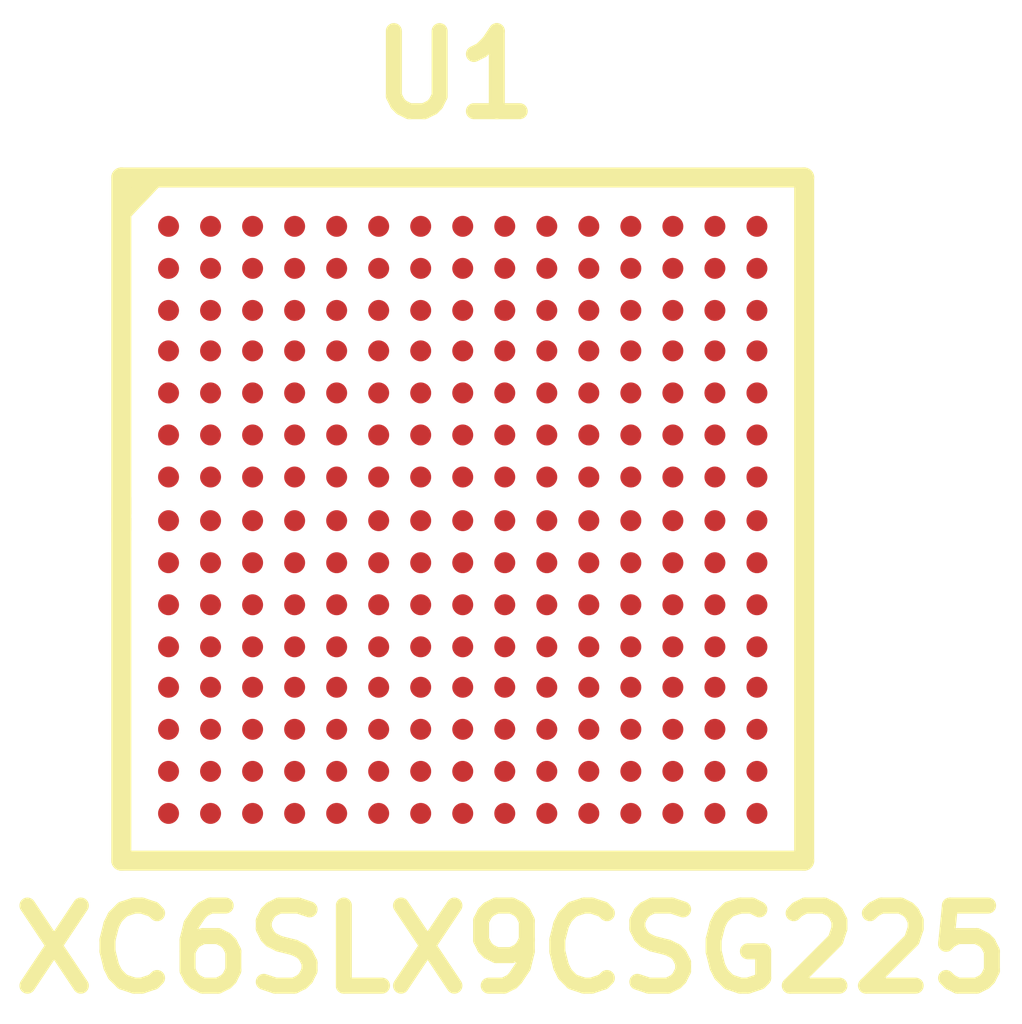
<source format=kicad_pcb>
(kicad_pcb (version 3) (host pcbnew "(2013-07-07 BZR 4022)-stable")

  (general
    (links 0)
    (no_connects 0)
    (area 0 0 0 0)
    (thickness 1.6)
    (drawings 0)
    (tracks 0)
    (zones 0)
    (modules 1)
    (nets 1)
  )

  (page A3)
  (layers
    (15 F.Cu signal)
    (0 B.Cu signal)
    (16 B.Adhes user)
    (17 F.Adhes user)
    (18 B.Paste user)
    (19 F.Paste user)
    (20 B.SilkS user)
    (21 F.SilkS user)
    (22 B.Mask user)
    (23 F.Mask user)
    (24 Dwgs.User user)
    (25 Cmts.User user)
    (26 Eco1.User user)
    (27 Eco2.User user)
    (28 Edge.Cuts user)
  )

  (setup
    (last_trace_width 0.254)
    (trace_clearance 0.254)
    (zone_clearance 0.508)
    (zone_45_only no)
    (trace_min 0.254)
    (segment_width 0.2)
    (edge_width 0.15)
    (via_size 0.889)
    (via_drill 0.635)
    (via_min_size 0.889)
    (via_min_drill 0.508)
    (uvia_size 0.508)
    (uvia_drill 0.127)
    (uvias_allowed no)
    (uvia_min_size 0.508)
    (uvia_min_drill 0.127)
    (pcb_text_width 0.3)
    (pcb_text_size 1.5 1.5)
    (mod_edge_width 0.15)
    (mod_text_size 1.5 1.5)
    (mod_text_width 0.15)
    (pad_size 1.524 1.524)
    (pad_drill 0.762)
    (pad_to_mask_clearance 0.2)
    (aux_axis_origin 0 0)
    (visible_elements FFFFFFBF)
    (pcbplotparams
      (layerselection 3178497)
      (usegerberextensions true)
      (excludeedgelayer true)
      (linewidth 0.100000)
      (plotframeref false)
      (viasonmask false)
      (mode 1)
      (useauxorigin false)
      (hpglpennumber 1)
      (hpglpenspeed 20)
      (hpglpendiameter 15)
      (hpglpenoverlay 2)
      (psnegative false)
      (psa4output false)
      (plotreference true)
      (plotvalue true)
      (plotothertext true)
      (plotinvisibletext false)
      (padsonsilk false)
      (subtractmaskfromsilk false)
      (outputformat 1)
      (mirror false)
      (drillshape 1)
      (scaleselection 1)
      (outputdirectory ""))
  )

  (net 0 "")

  (net_class Default "This is the default net class."
    (clearance 0.254)
    (trace_width 0.254)
    (via_dia 0.889)
    (via_drill 0.635)
    (uvia_dia 0.508)
    (uvia_drill 0.127)
    (add_net "")
  )

  (module CSG225 (layer F.Cu) (tedit 4FECF35A) (tstamp 54261501)
    (at 33.02 261.62)
    (path /5425C4F2/54261303)
    (clearance 0.0254)
    (fp_text reference U1 (at 6.35 -14.95044) (layer F.SilkS)
      (effects (font (size 1.524 1.524) (thickness 0.3048)))
    )
    (fp_text value XC6SLX9CSG225 (at 7.4295 1.6891) (layer F.SilkS)
      (effects (font (size 1.524 1.524) (thickness 0.3048)))
    )
    (fp_line (start 0.0508 -12.39012) (end 0.6096 -12.9794) (layer F.SilkS) (width 0.381))
    (fp_line (start 0 -6.2992) (end 0 -6.89864) (layer F.SilkS) (width 0.381))
    (fp_line (start 0 -6.59892) (end 0 -12.99972) (layer F.SilkS) (width 0.381))
    (fp_line (start 0 -12.99972) (end 12.99972 -12.99972) (layer F.SilkS) (width 0.381))
    (fp_line (start 12.99972 -12.99972) (end 12.99972 0) (layer F.SilkS) (width 0.381))
    (fp_line (start 12.99972 0) (end 0 0) (layer F.SilkS) (width 0.381))
    (fp_line (start 0 0) (end 0 -6.49986) (layer F.SilkS) (width 0.381))
    (pad G15 smd circle (at 12.10056 -7.29996) (size 0.39878 0.39878)
      (layers F.Cu F.Paste F.Mask)
    )
    (pad G14 smd circle (at 11.30046 -7.29996) (size 0.39878 0.39878)
      (layers F.Cu F.Paste F.Mask)
    )
    (pad G13 smd circle (at 10.50036 -7.29996) (size 0.39878 0.39878)
      (layers F.Cu F.Paste F.Mask)
    )
    (pad G12 smd circle (at 9.70026 -7.29996) (size 0.39878 0.39878)
      (layers F.Cu F.Paste F.Mask)
    )
    (pad G11 smd circle (at 8.90016 -7.29996) (size 0.39878 0.39878)
      (layers F.Cu F.Paste F.Mask)
    )
    (pad G10 smd circle (at 8.10006 -7.29996) (size 0.39878 0.39878)
      (layers F.Cu F.Paste F.Mask)
    )
    (pad G9 smd circle (at 7.29996 -7.29996) (size 0.39878 0.39878)
      (layers F.Cu F.Paste F.Mask)
    )
    (pad G8 smd circle (at 6.49986 -7.29996) (size 0.39878 0.39878)
      (layers F.Cu F.Paste F.Mask)
    )
    (pad G7 smd circle (at 5.69976 -7.29996) (size 0.39878 0.39878)
      (layers F.Cu F.Paste F.Mask)
    )
    (pad G6 smd circle (at 4.89966 -7.29996) (size 0.39878 0.39878)
      (layers F.Cu F.Paste F.Mask)
    )
    (pad G5 smd circle (at 4.09956 -7.29996) (size 0.39878 0.39878)
      (layers F.Cu F.Paste F.Mask)
    )
    (pad G4 smd circle (at 3.29946 -7.29996) (size 0.39878 0.39878)
      (layers F.Cu F.Paste F.Mask)
    )
    (pad G3 smd circle (at 2.49936 -7.29996) (size 0.39878 0.39878)
      (layers F.Cu F.Paste F.Mask)
    )
    (pad G2 smd circle (at 1.69926 -7.29996) (size 0.39878 0.39878)
      (layers F.Cu F.Paste F.Mask)
    )
    (pad G1 smd circle (at 0.89916 -7.29996) (size 0.39878 0.39878)
      (layers F.Cu F.Paste F.Mask)
    )
    (pad F1 smd circle (at 0.89916 -8.10006) (size 0.39878 0.39878)
      (layers F.Cu F.Paste F.Mask)
    )
    (pad F2 smd circle (at 1.69926 -8.10006) (size 0.39878 0.39878)
      (layers F.Cu F.Paste F.Mask)
    )
    (pad F3 smd circle (at 2.49936 -8.10006) (size 0.39878 0.39878)
      (layers F.Cu F.Paste F.Mask)
    )
    (pad F4 smd circle (at 3.29946 -8.10006) (size 0.39878 0.39878)
      (layers F.Cu F.Paste F.Mask)
    )
    (pad F5 smd circle (at 4.09956 -8.10006) (size 0.39878 0.39878)
      (layers F.Cu F.Paste F.Mask)
    )
    (pad F6 smd circle (at 4.89966 -8.10006) (size 0.39878 0.39878)
      (layers F.Cu F.Paste F.Mask)
    )
    (pad F7 smd circle (at 5.69976 -8.10006) (size 0.39878 0.39878)
      (layers F.Cu F.Paste F.Mask)
    )
    (pad F8 smd circle (at 6.49986 -8.10006) (size 0.39878 0.39878)
      (layers F.Cu F.Paste F.Mask)
    )
    (pad F9 smd circle (at 7.29996 -8.10006) (size 0.39878 0.39878)
      (layers F.Cu F.Paste F.Mask)
    )
    (pad F10 smd circle (at 8.10006 -8.10006) (size 0.39878 0.39878)
      (layers F.Cu F.Paste F.Mask)
    )
    (pad F11 smd circle (at 8.90016 -8.10006) (size 0.39878 0.39878)
      (layers F.Cu F.Paste F.Mask)
    )
    (pad F12 smd circle (at 9.70026 -8.10006) (size 0.39878 0.39878)
      (layers F.Cu F.Paste F.Mask)
    )
    (pad F13 smd circle (at 10.50036 -8.10006) (size 0.39878 0.39878)
      (layers F.Cu F.Paste F.Mask)
    )
    (pad F14 smd circle (at 11.30046 -8.10006) (size 0.39878 0.39878)
      (layers F.Cu F.Paste F.Mask)
    )
    (pad F15 smd circle (at 12.10056 -8.10006) (size 0.39878 0.39878)
      (layers F.Cu F.Paste F.Mask)
    )
    (pad D15 smd circle (at 12.10056 -9.70026) (size 0.39878 0.39878)
      (layers F.Cu F.Paste F.Mask)
    )
    (pad D14 smd circle (at 11.30046 -9.70026) (size 0.39878 0.39878)
      (layers F.Cu F.Paste F.Mask)
    )
    (pad D13 smd circle (at 10.50036 -9.70026) (size 0.39878 0.39878)
      (layers F.Cu F.Paste F.Mask)
    )
    (pad D12 smd circle (at 9.70026 -9.70026) (size 0.39878 0.39878)
      (layers F.Cu F.Paste F.Mask)
    )
    (pad D11 smd circle (at 8.90016 -9.70026) (size 0.39878 0.39878)
      (layers F.Cu F.Paste F.Mask)
    )
    (pad D10 smd circle (at 8.10006 -9.70026) (size 0.39878 0.39878)
      (layers F.Cu F.Paste F.Mask)
    )
    (pad D9 smd circle (at 7.29996 -9.70026) (size 0.39878 0.39878)
      (layers F.Cu F.Paste F.Mask)
    )
    (pad D8 smd circle (at 6.49986 -9.70026) (size 0.39878 0.39878)
      (layers F.Cu F.Paste F.Mask)
    )
    (pad D7 smd circle (at 5.69976 -9.70026) (size 0.39878 0.39878)
      (layers F.Cu F.Paste F.Mask)
    )
    (pad D6 smd circle (at 4.89966 -9.70026) (size 0.39878 0.39878)
      (layers F.Cu F.Paste F.Mask)
    )
    (pad D5 smd circle (at 4.09956 -9.70026) (size 0.39878 0.39878)
      (layers F.Cu F.Paste F.Mask)
    )
    (pad D4 smd circle (at 3.29946 -9.70026) (size 0.39878 0.39878)
      (layers F.Cu F.Paste F.Mask)
    )
    (pad D3 smd circle (at 2.49936 -9.70026) (size 0.39878 0.39878)
      (layers F.Cu F.Paste F.Mask)
    )
    (pad D2 smd circle (at 1.69926 -9.70026) (size 0.39878 0.39878)
      (layers F.Cu F.Paste F.Mask)
    )
    (pad D1 smd circle (at 0.89916 -9.70026) (size 0.39878 0.39878)
      (layers F.Cu F.Paste F.Mask)
    )
    (pad E1 smd circle (at 0.89916 -8.90016) (size 0.39878 0.39878)
      (layers F.Cu F.Paste F.Mask)
    )
    (pad E2 smd circle (at 1.69926 -8.90016) (size 0.39878 0.39878)
      (layers F.Cu F.Paste F.Mask)
    )
    (pad E3 smd circle (at 2.49936 -8.90016) (size 0.39878 0.39878)
      (layers F.Cu F.Paste F.Mask)
    )
    (pad E4 smd circle (at 3.29946 -8.90016) (size 0.39878 0.39878)
      (layers F.Cu F.Paste F.Mask)
    )
    (pad E5 smd circle (at 4.09956 -8.90016) (size 0.39878 0.39878)
      (layers F.Cu F.Paste F.Mask)
    )
    (pad E6 smd circle (at 4.89966 -8.90016) (size 0.39878 0.39878)
      (layers F.Cu F.Paste F.Mask)
    )
    (pad E7 smd circle (at 5.69976 -8.90016) (size 0.39878 0.39878)
      (layers F.Cu F.Paste F.Mask)
    )
    (pad E8 smd circle (at 6.49986 -8.90016) (size 0.39878 0.39878)
      (layers F.Cu F.Paste F.Mask)
    )
    (pad E9 smd circle (at 7.29996 -8.90016) (size 0.39878 0.39878)
      (layers F.Cu F.Paste F.Mask)
    )
    (pad E10 smd circle (at 8.10006 -8.90016) (size 0.39878 0.39878)
      (layers F.Cu F.Paste F.Mask)
    )
    (pad E11 smd circle (at 8.90016 -8.90016) (size 0.39878 0.39878)
      (layers F.Cu F.Paste F.Mask)
    )
    (pad E12 smd circle (at 9.70026 -8.90016) (size 0.39878 0.39878)
      (layers F.Cu F.Paste F.Mask)
    )
    (pad E13 smd circle (at 10.50036 -8.90016) (size 0.39878 0.39878)
      (layers F.Cu F.Paste F.Mask)
    )
    (pad E14 smd circle (at 11.30046 -8.90016) (size 0.39878 0.39878)
      (layers F.Cu F.Paste F.Mask)
    )
    (pad E15 smd circle (at 12.10056 -8.90016) (size 0.39878 0.39878)
      (layers F.Cu F.Paste F.Mask)
    )
    (pad A15 smd circle (at 12.10056 -12.07008) (size 0.39878 0.39878)
      (layers F.Cu F.Paste F.Mask)
    )
    (pad A14 smd circle (at 11.30046 -12.07008) (size 0.39878 0.39878)
      (layers F.Cu F.Paste F.Mask)
    )
    (pad A13 smd circle (at 10.50036 -12.07008) (size 0.39878 0.39878)
      (layers F.Cu F.Paste F.Mask)
    )
    (pad A12 smd circle (at 9.70026 -12.07008) (size 0.39878 0.39878)
      (layers F.Cu F.Paste F.Mask)
    )
    (pad A11 smd circle (at 8.90016 -12.07008) (size 0.39878 0.39878)
      (layers F.Cu F.Paste F.Mask)
    )
    (pad A10 smd circle (at 8.10006 -12.07008) (size 0.39878 0.39878)
      (layers F.Cu F.Paste F.Mask)
    )
    (pad A9 smd circle (at 7.29996 -12.07008) (size 0.39878 0.39878)
      (layers F.Cu F.Paste F.Mask)
    )
    (pad A8 smd circle (at 6.49986 -12.07008) (size 0.39878 0.39878)
      (layers F.Cu F.Paste F.Mask)
    )
    (pad A7 smd circle (at 5.69976 -12.07008) (size 0.39878 0.39878)
      (layers F.Cu F.Paste F.Mask)
    )
    (pad A6 smd circle (at 4.89966 -12.07008) (size 0.39878 0.39878)
      (layers F.Cu F.Paste F.Mask)
    )
    (pad A5 smd circle (at 4.09956 -12.07008) (size 0.39878 0.39878)
      (layers F.Cu F.Paste F.Mask)
    )
    (pad A4 smd circle (at 3.29946 -12.07008) (size 0.39878 0.39878)
      (layers F.Cu F.Paste F.Mask)
    )
    (pad A3 smd circle (at 2.49936 -12.07008) (size 0.39878 0.39878)
      (layers F.Cu F.Paste F.Mask)
    )
    (pad A2 smd circle (at 1.69926 -12.07008) (size 0.39878 0.39878)
      (layers F.Cu F.Paste F.Mask)
    )
    (pad A1 smd circle (at 0.89916 -12.07008) (size 0.39878 0.39878)
      (layers F.Cu F.Paste F.Mask)
    )
    (pad B15 smd circle (at 12.10056 -11.26998) (size 0.39878 0.39878)
      (layers F.Cu F.Paste F.Mask)
    )
    (pad B14 smd circle (at 11.30046 -11.26998) (size 0.39878 0.39878)
      (layers F.Cu F.Paste F.Mask)
    )
    (pad B13 smd circle (at 10.50036 -11.26998) (size 0.39878 0.39878)
      (layers F.Cu F.Paste F.Mask)
    )
    (pad B12 smd circle (at 9.70026 -11.26998) (size 0.39878 0.39878)
      (layers F.Cu F.Paste F.Mask)
    )
    (pad B11 smd circle (at 8.90016 -11.26998) (size 0.39878 0.39878)
      (layers F.Cu F.Paste F.Mask)
    )
    (pad B10 smd circle (at 8.10006 -11.26998) (size 0.39878 0.39878)
      (layers F.Cu F.Paste F.Mask)
    )
    (pad B9 smd circle (at 7.29996 -11.26998) (size 0.39878 0.39878)
      (layers F.Cu F.Paste F.Mask)
    )
    (pad B8 smd circle (at 6.49986 -11.26998) (size 0.39878 0.39878)
      (layers F.Cu F.Paste F.Mask)
    )
    (pad B7 smd circle (at 5.69976 -11.26998) (size 0.39878 0.39878)
      (layers F.Cu F.Paste F.Mask)
    )
    (pad B6 smd circle (at 4.89966 -11.26998) (size 0.39878 0.39878)
      (layers F.Cu F.Paste F.Mask)
    )
    (pad B5 smd circle (at 4.09956 -11.26998) (size 0.39878 0.39878)
      (layers F.Cu F.Paste F.Mask)
    )
    (pad B4 smd circle (at 3.29946 -11.26998) (size 0.39878 0.39878)
      (layers F.Cu F.Paste F.Mask)
    )
    (pad B3 smd circle (at 2.49936 -11.26998) (size 0.39878 0.39878)
      (layers F.Cu F.Paste F.Mask)
    )
    (pad B2 smd circle (at 1.69926 -11.26998) (size 0.39878 0.39878)
      (layers F.Cu F.Paste F.Mask)
    )
    (pad B1 smd circle (at 0.89916 -11.26998) (size 0.39878 0.39878)
      (layers F.Cu F.Paste F.Mask)
    )
    (pad C1 smd circle (at 0.89916 -10.46988) (size 0.39878 0.39878)
      (layers F.Cu F.Paste F.Mask)
    )
    (pad C2 smd circle (at 1.69926 -10.46988) (size 0.39878 0.39878)
      (layers F.Cu F.Paste F.Mask)
    )
    (pad C3 smd circle (at 2.49936 -10.46988) (size 0.39878 0.39878)
      (layers F.Cu F.Paste F.Mask)
    )
    (pad C4 smd circle (at 3.29946 -10.46988) (size 0.39878 0.39878)
      (layers F.Cu F.Paste F.Mask)
    )
    (pad C5 smd circle (at 4.09956 -10.46988) (size 0.39878 0.39878)
      (layers F.Cu F.Paste F.Mask)
    )
    (pad C6 smd circle (at 4.89966 -10.46988) (size 0.39878 0.39878)
      (layers F.Cu F.Paste F.Mask)
    )
    (pad C7 smd circle (at 5.69976 -10.46988) (size 0.39878 0.39878)
      (layers F.Cu F.Paste F.Mask)
    )
    (pad C8 smd circle (at 6.49986 -10.46988) (size 0.39878 0.39878)
      (layers F.Cu F.Paste F.Mask)
    )
    (pad C9 smd circle (at 7.29996 -10.46988) (size 0.39878 0.39878)
      (layers F.Cu F.Paste F.Mask)
    )
    (pad C10 smd circle (at 8.10006 -10.46988) (size 0.39878 0.39878)
      (layers F.Cu F.Paste F.Mask)
    )
    (pad C11 smd circle (at 8.90016 -10.46988) (size 0.39878 0.39878)
      (layers F.Cu F.Paste F.Mask)
    )
    (pad C12 smd circle (at 9.70026 -10.46988) (size 0.39878 0.39878)
      (layers F.Cu F.Paste F.Mask)
    )
    (pad C13 smd circle (at 10.50036 -10.46988) (size 0.39878 0.39878)
      (layers F.Cu F.Paste F.Mask)
    )
    (pad C14 smd circle (at 11.30046 -10.46988) (size 0.39878 0.39878)
      (layers F.Cu F.Paste F.Mask)
    )
    (pad C15 smd circle (at 12.10056 -10.46988) (size 0.39878 0.39878)
      (layers F.Cu F.Paste F.Mask)
    )
    (pad L15 smd circle (at 12.10056 -4.06908) (size 0.39878 0.39878)
      (layers F.Cu F.Paste F.Mask)
    )
    (pad L14 smd circle (at 11.30046 -4.06908) (size 0.39878 0.39878)
      (layers F.Cu F.Paste F.Mask)
    )
    (pad L13 smd circle (at 10.50036 -4.06908) (size 0.39878 0.39878)
      (layers F.Cu F.Paste F.Mask)
    )
    (pad L12 smd circle (at 9.70026 -4.06908) (size 0.39878 0.39878)
      (layers F.Cu F.Paste F.Mask)
    )
    (pad L11 smd circle (at 8.90016 -4.06908) (size 0.39878 0.39878)
      (layers F.Cu F.Paste F.Mask)
    )
    (pad L10 smd circle (at 8.10006 -4.06908) (size 0.39878 0.39878)
      (layers F.Cu F.Paste F.Mask)
    )
    (pad L9 smd circle (at 7.29996 -4.06908) (size 0.39878 0.39878)
      (layers F.Cu F.Paste F.Mask)
    )
    (pad L8 smd circle (at 6.49986 -4.06908) (size 0.39878 0.39878)
      (layers F.Cu F.Paste F.Mask)
    )
    (pad L7 smd circle (at 5.69976 -4.06908) (size 0.39878 0.39878)
      (layers F.Cu F.Paste F.Mask)
    )
    (pad L6 smd circle (at 4.89966 -4.06908) (size 0.39878 0.39878)
      (layers F.Cu F.Paste F.Mask)
    )
    (pad L5 smd circle (at 4.09956 -4.06908) (size 0.39878 0.39878)
      (layers F.Cu F.Paste F.Mask)
    )
    (pad L4 smd circle (at 3.29946 -4.06908) (size 0.39878 0.39878)
      (layers F.Cu F.Paste F.Mask)
    )
    (pad L3 smd circle (at 2.49936 -4.06908) (size 0.39878 0.39878)
      (layers F.Cu F.Paste F.Mask)
    )
    (pad L2 smd circle (at 1.69926 -4.06908) (size 0.39878 0.39878)
      (layers F.Cu F.Paste F.Mask)
    )
    (pad L1 smd circle (at 0.89916 -4.06908) (size 0.39878 0.39878)
      (layers F.Cu F.Paste F.Mask)
    )
    (pad K1 smd circle (at 0.89916 -4.86918) (size 0.39878 0.39878)
      (layers F.Cu F.Paste F.Mask)
    )
    (pad K2 smd circle (at 1.69926 -4.86918) (size 0.39878 0.39878)
      (layers F.Cu F.Paste F.Mask)
    )
    (pad K3 smd circle (at 2.49936 -4.86918) (size 0.39878 0.39878)
      (layers F.Cu F.Paste F.Mask)
    )
    (pad K4 smd circle (at 3.29946 -4.86918) (size 0.39878 0.39878)
      (layers F.Cu F.Paste F.Mask)
    )
    (pad K5 smd circle (at 4.09956 -4.86918) (size 0.39878 0.39878)
      (layers F.Cu F.Paste F.Mask)
    )
    (pad K6 smd circle (at 4.89966 -4.86918) (size 0.39878 0.39878)
      (layers F.Cu F.Paste F.Mask)
    )
    (pad K7 smd circle (at 5.69976 -4.86918) (size 0.39878 0.39878)
      (layers F.Cu F.Paste F.Mask)
    )
    (pad K8 smd circle (at 6.49986 -4.86918) (size 0.39878 0.39878)
      (layers F.Cu F.Paste F.Mask)
    )
    (pad K9 smd circle (at 7.29996 -4.86918) (size 0.39878 0.39878)
      (layers F.Cu F.Paste F.Mask)
    )
    (pad K10 smd circle (at 8.10006 -4.86918) (size 0.39878 0.39878)
      (layers F.Cu F.Paste F.Mask)
    )
    (pad K11 smd circle (at 8.90016 -4.86918) (size 0.39878 0.39878)
      (layers F.Cu F.Paste F.Mask)
    )
    (pad K12 smd circle (at 9.70026 -4.86918) (size 0.39878 0.39878)
      (layers F.Cu F.Paste F.Mask)
    )
    (pad K13 smd circle (at 10.50036 -4.86918) (size 0.39878 0.39878)
      (layers F.Cu F.Paste F.Mask)
    )
    (pad K14 smd circle (at 11.30046 -4.86918) (size 0.39878 0.39878)
      (layers F.Cu F.Paste F.Mask)
    )
    (pad K15 smd circle (at 12.10056 -4.86918) (size 0.39878 0.39878)
      (layers F.Cu F.Paste F.Mask)
    )
    (pad H15 smd circle (at 12.10056 -6.46938) (size 0.39878 0.39878)
      (layers F.Cu F.Paste F.Mask)
    )
    (pad H14 smd circle (at 11.30046 -6.46938) (size 0.39878 0.39878)
      (layers F.Cu F.Paste F.Mask)
    )
    (pad H13 smd circle (at 10.50036 -6.46938) (size 0.39878 0.39878)
      (layers F.Cu F.Paste F.Mask)
    )
    (pad H12 smd circle (at 9.70026 -6.46938) (size 0.39878 0.39878)
      (layers F.Cu F.Paste F.Mask)
    )
    (pad H11 smd circle (at 8.90016 -6.46938) (size 0.39878 0.39878)
      (layers F.Cu F.Paste F.Mask)
    )
    (pad H10 smd circle (at 8.10006 -6.46938) (size 0.39878 0.39878)
      (layers F.Cu F.Paste F.Mask)
    )
    (pad H9 smd circle (at 7.29996 -6.46938) (size 0.39878 0.39878)
      (layers F.Cu F.Paste F.Mask)
    )
    (pad H8 smd circle (at 6.49986 -6.46938) (size 0.39878 0.39878)
      (layers F.Cu F.Paste F.Mask)
    )
    (pad H7 smd circle (at 5.69976 -6.46938) (size 0.39878 0.39878)
      (layers F.Cu F.Paste F.Mask)
    )
    (pad H6 smd circle (at 4.89966 -6.46938) (size 0.39878 0.39878)
      (layers F.Cu F.Paste F.Mask)
    )
    (pad H5 smd circle (at 4.09956 -6.46938) (size 0.39878 0.39878)
      (layers F.Cu F.Paste F.Mask)
    )
    (pad H4 smd circle (at 3.29946 -6.46938) (size 0.39878 0.39878)
      (layers F.Cu F.Paste F.Mask)
    )
    (pad H3 smd circle (at 2.49936 -6.46938) (size 0.39878 0.39878)
      (layers F.Cu F.Paste F.Mask)
    )
    (pad H2 smd circle (at 1.69926 -6.46938) (size 0.39878 0.39878)
      (layers F.Cu F.Paste F.Mask)
    )
    (pad H1 smd circle (at 0.89916 -6.46938) (size 0.39878 0.39878)
      (layers F.Cu F.Paste F.Mask)
    )
    (pad J1 smd circle (at 0.89916 -5.66928) (size 0.39878 0.39878)
      (layers F.Cu F.Paste F.Mask)
    )
    (pad J2 smd circle (at 1.69926 -5.66928) (size 0.39878 0.39878)
      (layers F.Cu F.Paste F.Mask)
    )
    (pad J3 smd circle (at 2.49936 -5.66928) (size 0.39878 0.39878)
      (layers F.Cu F.Paste F.Mask)
    )
    (pad J4 smd circle (at 3.29946 -5.66928) (size 0.39878 0.39878)
      (layers F.Cu F.Paste F.Mask)
    )
    (pad J5 smd circle (at 4.09956 -5.66928) (size 0.39878 0.39878)
      (layers F.Cu F.Paste F.Mask)
    )
    (pad J6 smd circle (at 4.89966 -5.66928) (size 0.39878 0.39878)
      (layers F.Cu F.Paste F.Mask)
    )
    (pad J7 smd circle (at 5.69976 -5.66928) (size 0.39878 0.39878)
      (layers F.Cu F.Paste F.Mask)
    )
    (pad J8 smd circle (at 6.49986 -5.66928) (size 0.39878 0.39878)
      (layers F.Cu F.Paste F.Mask)
    )
    (pad J9 smd circle (at 7.29996 -5.66928) (size 0.39878 0.39878)
      (layers F.Cu F.Paste F.Mask)
    )
    (pad J10 smd circle (at 8.10006 -5.66928) (size 0.39878 0.39878)
      (layers F.Cu F.Paste F.Mask)
    )
    (pad J11 smd circle (at 8.90016 -5.66928) (size 0.39878 0.39878)
      (layers F.Cu F.Paste F.Mask)
    )
    (pad J12 smd circle (at 9.70026 -5.66928) (size 0.39878 0.39878)
      (layers F.Cu F.Paste F.Mask)
    )
    (pad J13 smd circle (at 10.50036 -5.66928) (size 0.39878 0.39878)
      (layers F.Cu F.Paste F.Mask)
    )
    (pad J14 smd circle (at 11.30046 -5.66928) (size 0.39878 0.39878)
      (layers F.Cu F.Paste F.Mask)
    )
    (pad J15 smd circle (at 12.10056 -5.66928) (size 0.39878 0.39878)
      (layers F.Cu F.Paste F.Mask)
    )
    (pad N15 smd circle (at 12.10056 -2.49936) (size 0.39878 0.39878)
      (layers F.Cu F.Paste F.Mask)
    )
    (pad N14 smd circle (at 11.30046 -2.49936) (size 0.39878 0.39878)
      (layers F.Cu F.Paste F.Mask)
    )
    (pad N13 smd circle (at 10.50036 -2.49936) (size 0.39878 0.39878)
      (layers F.Cu F.Paste F.Mask)
    )
    (pad N12 smd circle (at 9.70026 -2.49936) (size 0.39878 0.39878)
      (layers F.Cu F.Paste F.Mask)
    )
    (pad N11 smd circle (at 8.90016 -2.49936) (size 0.39878 0.39878)
      (layers F.Cu F.Paste F.Mask)
    )
    (pad N10 smd circle (at 8.10006 -2.49936) (size 0.39878 0.39878)
      (layers F.Cu F.Paste F.Mask)
    )
    (pad N9 smd circle (at 7.29996 -2.49936) (size 0.39878 0.39878)
      (layers F.Cu F.Paste F.Mask)
    )
    (pad N8 smd circle (at 6.49986 -2.49936) (size 0.39878 0.39878)
      (layers F.Cu F.Paste F.Mask)
    )
    (pad N7 smd circle (at 5.69976 -2.49936) (size 0.39878 0.39878)
      (layers F.Cu F.Paste F.Mask)
    )
    (pad N6 smd circle (at 4.89966 -2.49936) (size 0.39878 0.39878)
      (layers F.Cu F.Paste F.Mask)
    )
    (pad N5 smd circle (at 4.09956 -2.49936) (size 0.39878 0.39878)
      (layers F.Cu F.Paste F.Mask)
    )
    (pad N4 smd circle (at 3.29946 -2.49936) (size 0.39878 0.39878)
      (layers F.Cu F.Paste F.Mask)
    )
    (pad N3 smd circle (at 2.49936 -2.49936) (size 0.39878 0.39878)
      (layers F.Cu F.Paste F.Mask)
    )
    (pad N2 smd circle (at 1.69926 -2.49936) (size 0.39878 0.39878)
      (layers F.Cu F.Paste F.Mask)
    )
    (pad N1 smd circle (at 0.89916 -2.49936) (size 0.39878 0.39878)
      (layers F.Cu F.Paste F.Mask)
    )
    (pad M1 smd circle (at 0.89916 -3.29946) (size 0.39878 0.39878)
      (layers F.Cu F.Paste F.Mask)
    )
    (pad M2 smd circle (at 1.69926 -3.29946) (size 0.39878 0.39878)
      (layers F.Cu F.Paste F.Mask)
    )
    (pad M3 smd circle (at 2.49936 -3.29946) (size 0.39878 0.39878)
      (layers F.Cu F.Paste F.Mask)
    )
    (pad M4 smd circle (at 3.29946 -3.29946) (size 0.39878 0.39878)
      (layers F.Cu F.Paste F.Mask)
    )
    (pad M5 smd circle (at 4.09956 -3.29946) (size 0.39878 0.39878)
      (layers F.Cu F.Paste F.Mask)
    )
    (pad M6 smd circle (at 4.89966 -3.29946) (size 0.39878 0.39878)
      (layers F.Cu F.Paste F.Mask)
    )
    (pad M7 smd circle (at 5.69976 -3.29946) (size 0.39878 0.39878)
      (layers F.Cu F.Paste F.Mask)
    )
    (pad M8 smd circle (at 6.49986 -3.29946) (size 0.39878 0.39878)
      (layers F.Cu F.Paste F.Mask)
    )
    (pad M9 smd circle (at 7.29996 -3.29946) (size 0.39878 0.39878)
      (layers F.Cu F.Paste F.Mask)
    )
    (pad M10 smd circle (at 8.10006 -3.29946) (size 0.39878 0.39878)
      (layers F.Cu F.Paste F.Mask)
    )
    (pad M11 smd circle (at 8.90016 -3.29946) (size 0.39878 0.39878)
      (layers F.Cu F.Paste F.Mask)
    )
    (pad M12 smd circle (at 9.70026 -3.29946) (size 0.39878 0.39878)
      (layers F.Cu F.Paste F.Mask)
    )
    (pad M13 smd circle (at 10.50036 -3.29946) (size 0.39878 0.39878)
      (layers F.Cu F.Paste F.Mask)
    )
    (pad M14 smd circle (at 11.30046 -3.29946) (size 0.39878 0.39878)
      (layers F.Cu F.Paste F.Mask)
    )
    (pad M15 smd circle (at 12.10056 -3.29946) (size 0.39878 0.39878)
      (layers F.Cu F.Paste F.Mask)
    )
    (pad P15 smd circle (at 12.10056 -1.69926) (size 0.39878 0.39878)
      (layers F.Cu F.Paste F.Mask)
    )
    (pad P14 smd circle (at 11.30046 -1.69926) (size 0.39878 0.39878)
      (layers F.Cu F.Paste F.Mask)
    )
    (pad P13 smd circle (at 10.50036 -1.69926) (size 0.39878 0.39878)
      (layers F.Cu F.Paste F.Mask)
    )
    (pad P12 smd circle (at 9.70026 -1.69926) (size 0.39878 0.39878)
      (layers F.Cu F.Paste F.Mask)
    )
    (pad P11 smd circle (at 8.90016 -1.69926) (size 0.39878 0.39878)
      (layers F.Cu F.Paste F.Mask)
    )
    (pad P10 smd circle (at 8.10006 -1.69926) (size 0.39878 0.39878)
      (layers F.Cu F.Paste F.Mask)
    )
    (pad P9 smd circle (at 7.29996 -1.69926) (size 0.39878 0.39878)
      (layers F.Cu F.Paste F.Mask)
    )
    (pad P8 smd circle (at 6.49986 -1.69926) (size 0.39878 0.39878)
      (layers F.Cu F.Paste F.Mask)
    )
    (pad P7 smd circle (at 5.69976 -1.69926) (size 0.39878 0.39878)
      (layers F.Cu F.Paste F.Mask)
    )
    (pad P6 smd circle (at 4.89966 -1.69926) (size 0.39878 0.39878)
      (layers F.Cu F.Paste F.Mask)
    )
    (pad P5 smd circle (at 4.09956 -1.69926) (size 0.39878 0.39878)
      (layers F.Cu F.Paste F.Mask)
    )
    (pad P4 smd circle (at 3.29946 -1.69926) (size 0.39878 0.39878)
      (layers F.Cu F.Paste F.Mask)
    )
    (pad P3 smd circle (at 2.49936 -1.69926) (size 0.39878 0.39878)
      (layers F.Cu F.Paste F.Mask)
    )
    (pad P2 smd circle (at 1.69926 -1.69926) (size 0.39878 0.39878)
      (layers F.Cu F.Paste F.Mask)
    )
    (pad P1 smd circle (at 0.89916 -1.69926) (size 0.39878 0.39878)
      (layers F.Cu F.Paste F.Mask)
    )
    (pad R1 smd circle (at 0.89916 -0.89916) (size 0.39878 0.39878)
      (layers F.Cu F.Paste F.Mask)
    )
    (pad R2 smd circle (at 1.69926 -0.89916) (size 0.39878 0.39878)
      (layers F.Cu F.Paste F.Mask)
    )
    (pad R3 smd circle (at 2.49936 -0.89916) (size 0.39878 0.39878)
      (layers F.Cu F.Paste F.Mask)
    )
    (pad R4 smd circle (at 3.29946 -0.89916) (size 0.39878 0.39878)
      (layers F.Cu F.Paste F.Mask)
    )
    (pad R5 smd circle (at 4.09956 -0.89916) (size 0.39878 0.39878)
      (layers F.Cu F.Paste F.Mask)
    )
    (pad R6 smd circle (at 4.89966 -0.89916) (size 0.39878 0.39878)
      (layers F.Cu F.Paste F.Mask)
    )
    (pad R7 smd circle (at 5.69976 -0.89916) (size 0.39878 0.39878)
      (layers F.Cu F.Paste F.Mask)
    )
    (pad R8 smd circle (at 6.49986 -0.89916) (size 0.39878 0.39878)
      (layers F.Cu F.Paste F.Mask)
    )
    (pad R9 smd circle (at 7.29996 -0.89916) (size 0.39878 0.39878)
      (layers F.Cu F.Paste F.Mask)
    )
    (pad R10 smd circle (at 8.10006 -0.89916) (size 0.39878 0.39878)
      (layers F.Cu F.Paste F.Mask)
    )
    (pad R11 smd circle (at 8.90016 -0.89916) (size 0.39878 0.39878)
      (layers F.Cu F.Paste F.Mask)
    )
    (pad R12 smd circle (at 9.70026 -0.89916) (size 0.39878 0.39878)
      (layers F.Cu F.Paste F.Mask)
    )
    (pad R13 smd circle (at 10.50036 -0.89916) (size 0.39878 0.39878)
      (layers F.Cu F.Paste F.Mask)
    )
    (pad R14 smd circle (at 11.30046 -0.89916) (size 0.39878 0.39878)
      (layers F.Cu F.Paste F.Mask)
    )
    (pad R15 smd circle (at 12.10056 -0.89916) (size 0.39878 0.39878)
      (layers F.Cu F.Paste F.Mask)
    )
  )

)

</source>
